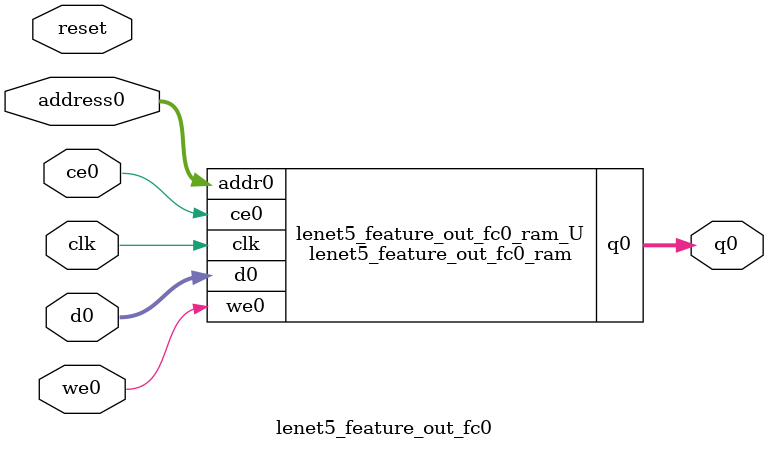
<source format=v>
`timescale 1 ns / 1 ps
module lenet5_feature_out_fc0_ram (addr0, ce0, d0, we0, q0,  clk);

parameter DWIDTH = 32;
parameter AWIDTH = 7;
parameter MEM_SIZE = 128;

input[AWIDTH-1:0] addr0;
input ce0;
input[DWIDTH-1:0] d0;
input we0;
output reg[DWIDTH-1:0] q0;
input clk;

reg [DWIDTH-1:0] ram[0:MEM_SIZE-1];




always @(posedge clk)  
begin 
    if (ce0) begin
        if (we0) 
            ram[addr0] <= d0; 
        q0 <= ram[addr0];
    end
end


endmodule

`timescale 1 ns / 1 ps
module lenet5_feature_out_fc0(
    reset,
    clk,
    address0,
    ce0,
    we0,
    d0,
    q0);

parameter DataWidth = 32'd32;
parameter AddressRange = 32'd128;
parameter AddressWidth = 32'd7;
input reset;
input clk;
input[AddressWidth - 1:0] address0;
input ce0;
input we0;
input[DataWidth - 1:0] d0;
output[DataWidth - 1:0] q0;



lenet5_feature_out_fc0_ram lenet5_feature_out_fc0_ram_U(
    .clk( clk ),
    .addr0( address0 ),
    .ce0( ce0 ),
    .we0( we0 ),
    .d0( d0 ),
    .q0( q0 ));

endmodule


</source>
